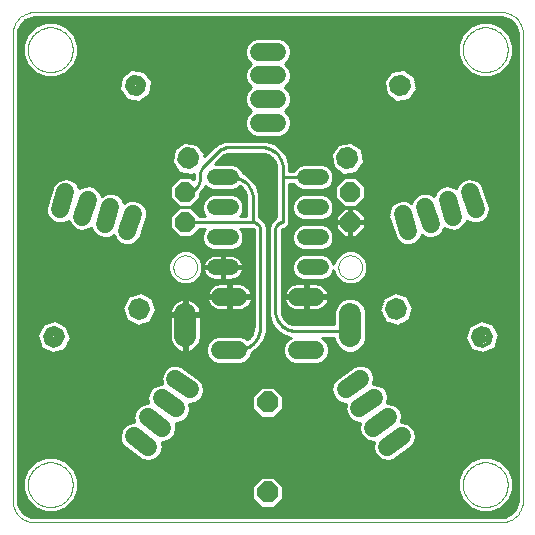
<source format=gtl>
G75*
G70*
%OFA0B0*%
%FSLAX24Y24*%
%IPPOS*%
%LPD*%
%AMOC8*
5,1,8,0,0,1.08239X$1,22.5*
%
%ADD10C,0.0000*%
%ADD11C,0.0594*%
%ADD12C,0.0140*%
%ADD13OC8,0.0700*%
%ADD14C,0.0600*%
%ADD15C,0.0520*%
%ADD16C,0.0740*%
%ADD17OC8,0.0660*%
%ADD18C,0.0100*%
D10*
X000150Y000857D02*
X000150Y016443D01*
X000152Y016493D01*
X000157Y016544D01*
X000166Y016593D01*
X000179Y016642D01*
X000195Y016690D01*
X000214Y016737D01*
X000236Y016782D01*
X000262Y016825D01*
X000291Y016867D01*
X000323Y016906D01*
X000357Y016943D01*
X000394Y016977D01*
X000433Y017009D01*
X000475Y017038D01*
X000518Y017064D01*
X000563Y017086D01*
X000610Y017105D01*
X000658Y017121D01*
X000707Y017134D01*
X000756Y017143D01*
X000807Y017148D01*
X000857Y017150D01*
X016443Y017150D01*
X016493Y017148D01*
X016544Y017143D01*
X016593Y017134D01*
X016642Y017121D01*
X016690Y017105D01*
X016737Y017086D01*
X016782Y017064D01*
X016825Y017038D01*
X016867Y017009D01*
X016906Y016977D01*
X016943Y016943D01*
X016977Y016906D01*
X017009Y016867D01*
X017038Y016825D01*
X017064Y016782D01*
X017086Y016737D01*
X017105Y016690D01*
X017121Y016642D01*
X017134Y016593D01*
X017143Y016544D01*
X017148Y016493D01*
X017150Y016443D01*
X017150Y000857D01*
X017148Y000807D01*
X017143Y000756D01*
X017134Y000707D01*
X017121Y000658D01*
X017105Y000610D01*
X017086Y000563D01*
X017064Y000518D01*
X017038Y000475D01*
X017009Y000433D01*
X016977Y000394D01*
X016943Y000357D01*
X016906Y000323D01*
X016867Y000291D01*
X016825Y000262D01*
X016782Y000236D01*
X016737Y000214D01*
X016690Y000195D01*
X016642Y000179D01*
X016593Y000166D01*
X016544Y000157D01*
X016493Y000152D01*
X016443Y000150D01*
X000857Y000150D01*
X000807Y000152D01*
X000756Y000157D01*
X000707Y000166D01*
X000658Y000179D01*
X000610Y000195D01*
X000563Y000214D01*
X000518Y000236D01*
X000475Y000262D01*
X000433Y000291D01*
X000394Y000323D01*
X000357Y000357D01*
X000323Y000394D01*
X000291Y000433D01*
X000262Y000475D01*
X000236Y000518D01*
X000214Y000563D01*
X000195Y000610D01*
X000179Y000658D01*
X000166Y000707D01*
X000157Y000756D01*
X000152Y000807D01*
X000150Y000857D01*
X000652Y001400D02*
X000654Y001455D01*
X000660Y001509D01*
X000670Y001563D01*
X000684Y001615D01*
X000701Y001667D01*
X000723Y001717D01*
X000748Y001766D01*
X000776Y001813D01*
X000808Y001857D01*
X000843Y001899D01*
X000881Y001938D01*
X000922Y001975D01*
X000965Y002008D01*
X001010Y002038D01*
X001058Y002065D01*
X001107Y002088D01*
X001158Y002108D01*
X001211Y002124D01*
X001264Y002136D01*
X001318Y002144D01*
X001373Y002148D01*
X001427Y002148D01*
X001482Y002144D01*
X001536Y002136D01*
X001589Y002124D01*
X001642Y002108D01*
X001693Y002088D01*
X001742Y002065D01*
X001790Y002038D01*
X001835Y002008D01*
X001878Y001975D01*
X001919Y001938D01*
X001957Y001899D01*
X001992Y001857D01*
X002024Y001813D01*
X002052Y001766D01*
X002077Y001717D01*
X002099Y001667D01*
X002116Y001615D01*
X002130Y001563D01*
X002140Y001509D01*
X002146Y001455D01*
X002148Y001400D01*
X002146Y001345D01*
X002140Y001291D01*
X002130Y001237D01*
X002116Y001185D01*
X002099Y001133D01*
X002077Y001083D01*
X002052Y001034D01*
X002024Y000987D01*
X001992Y000943D01*
X001957Y000901D01*
X001919Y000862D01*
X001878Y000825D01*
X001835Y000792D01*
X001790Y000762D01*
X001742Y000735D01*
X001693Y000712D01*
X001642Y000692D01*
X001589Y000676D01*
X001536Y000664D01*
X001482Y000656D01*
X001427Y000652D01*
X001373Y000652D01*
X001318Y000656D01*
X001264Y000664D01*
X001211Y000676D01*
X001158Y000692D01*
X001107Y000712D01*
X001058Y000735D01*
X001010Y000762D01*
X000965Y000792D01*
X000922Y000825D01*
X000881Y000862D01*
X000843Y000901D01*
X000808Y000943D01*
X000776Y000987D01*
X000748Y001034D01*
X000723Y001083D01*
X000701Y001133D01*
X000684Y001185D01*
X000670Y001237D01*
X000660Y001291D01*
X000654Y001345D01*
X000652Y001400D01*
X005506Y008650D02*
X005508Y008689D01*
X005514Y008728D01*
X005524Y008766D01*
X005537Y008803D01*
X005554Y008838D01*
X005574Y008872D01*
X005598Y008903D01*
X005625Y008932D01*
X005654Y008958D01*
X005686Y008981D01*
X005720Y009001D01*
X005756Y009017D01*
X005793Y009029D01*
X005832Y009038D01*
X005871Y009043D01*
X005910Y009044D01*
X005949Y009041D01*
X005988Y009034D01*
X006025Y009023D01*
X006062Y009009D01*
X006097Y008991D01*
X006130Y008970D01*
X006161Y008945D01*
X006189Y008918D01*
X006214Y008888D01*
X006236Y008855D01*
X006255Y008821D01*
X006270Y008785D01*
X006282Y008747D01*
X006290Y008709D01*
X006294Y008670D01*
X006294Y008630D01*
X006290Y008591D01*
X006282Y008553D01*
X006270Y008515D01*
X006255Y008479D01*
X006236Y008445D01*
X006214Y008412D01*
X006189Y008382D01*
X006161Y008355D01*
X006130Y008330D01*
X006097Y008309D01*
X006062Y008291D01*
X006025Y008277D01*
X005988Y008266D01*
X005949Y008259D01*
X005910Y008256D01*
X005871Y008257D01*
X005832Y008262D01*
X005793Y008271D01*
X005756Y008283D01*
X005720Y008299D01*
X005686Y008319D01*
X005654Y008342D01*
X005625Y008368D01*
X005598Y008397D01*
X005574Y008428D01*
X005554Y008462D01*
X005537Y008497D01*
X005524Y008534D01*
X005514Y008572D01*
X005508Y008611D01*
X005506Y008650D01*
X011006Y008650D02*
X011008Y008689D01*
X011014Y008728D01*
X011024Y008766D01*
X011037Y008803D01*
X011054Y008838D01*
X011074Y008872D01*
X011098Y008903D01*
X011125Y008932D01*
X011154Y008958D01*
X011186Y008981D01*
X011220Y009001D01*
X011256Y009017D01*
X011293Y009029D01*
X011332Y009038D01*
X011371Y009043D01*
X011410Y009044D01*
X011449Y009041D01*
X011488Y009034D01*
X011525Y009023D01*
X011562Y009009D01*
X011597Y008991D01*
X011630Y008970D01*
X011661Y008945D01*
X011689Y008918D01*
X011714Y008888D01*
X011736Y008855D01*
X011755Y008821D01*
X011770Y008785D01*
X011782Y008747D01*
X011790Y008709D01*
X011794Y008670D01*
X011794Y008630D01*
X011790Y008591D01*
X011782Y008553D01*
X011770Y008515D01*
X011755Y008479D01*
X011736Y008445D01*
X011714Y008412D01*
X011689Y008382D01*
X011661Y008355D01*
X011630Y008330D01*
X011597Y008309D01*
X011562Y008291D01*
X011525Y008277D01*
X011488Y008266D01*
X011449Y008259D01*
X011410Y008256D01*
X011371Y008257D01*
X011332Y008262D01*
X011293Y008271D01*
X011256Y008283D01*
X011220Y008299D01*
X011186Y008319D01*
X011154Y008342D01*
X011125Y008368D01*
X011098Y008397D01*
X011074Y008428D01*
X011054Y008462D01*
X011037Y008497D01*
X011024Y008534D01*
X011014Y008572D01*
X011008Y008611D01*
X011006Y008650D01*
X015152Y015900D02*
X015154Y015955D01*
X015160Y016009D01*
X015170Y016063D01*
X015184Y016115D01*
X015201Y016167D01*
X015223Y016217D01*
X015248Y016266D01*
X015276Y016313D01*
X015308Y016357D01*
X015343Y016399D01*
X015381Y016438D01*
X015422Y016475D01*
X015465Y016508D01*
X015510Y016538D01*
X015558Y016565D01*
X015607Y016588D01*
X015658Y016608D01*
X015711Y016624D01*
X015764Y016636D01*
X015818Y016644D01*
X015873Y016648D01*
X015927Y016648D01*
X015982Y016644D01*
X016036Y016636D01*
X016089Y016624D01*
X016142Y016608D01*
X016193Y016588D01*
X016242Y016565D01*
X016290Y016538D01*
X016335Y016508D01*
X016378Y016475D01*
X016419Y016438D01*
X016457Y016399D01*
X016492Y016357D01*
X016524Y016313D01*
X016552Y016266D01*
X016577Y016217D01*
X016599Y016167D01*
X016616Y016115D01*
X016630Y016063D01*
X016640Y016009D01*
X016646Y015955D01*
X016648Y015900D01*
X016646Y015845D01*
X016640Y015791D01*
X016630Y015737D01*
X016616Y015685D01*
X016599Y015633D01*
X016577Y015583D01*
X016552Y015534D01*
X016524Y015487D01*
X016492Y015443D01*
X016457Y015401D01*
X016419Y015362D01*
X016378Y015325D01*
X016335Y015292D01*
X016290Y015262D01*
X016242Y015235D01*
X016193Y015212D01*
X016142Y015192D01*
X016089Y015176D01*
X016036Y015164D01*
X015982Y015156D01*
X015927Y015152D01*
X015873Y015152D01*
X015818Y015156D01*
X015764Y015164D01*
X015711Y015176D01*
X015658Y015192D01*
X015607Y015212D01*
X015558Y015235D01*
X015510Y015262D01*
X015465Y015292D01*
X015422Y015325D01*
X015381Y015362D01*
X015343Y015401D01*
X015308Y015443D01*
X015276Y015487D01*
X015248Y015534D01*
X015223Y015583D01*
X015201Y015633D01*
X015184Y015685D01*
X015170Y015737D01*
X015160Y015791D01*
X015154Y015845D01*
X015152Y015900D01*
X000652Y015900D02*
X000654Y015955D01*
X000660Y016009D01*
X000670Y016063D01*
X000684Y016115D01*
X000701Y016167D01*
X000723Y016217D01*
X000748Y016266D01*
X000776Y016313D01*
X000808Y016357D01*
X000843Y016399D01*
X000881Y016438D01*
X000922Y016475D01*
X000965Y016508D01*
X001010Y016538D01*
X001058Y016565D01*
X001107Y016588D01*
X001158Y016608D01*
X001211Y016624D01*
X001264Y016636D01*
X001318Y016644D01*
X001373Y016648D01*
X001427Y016648D01*
X001482Y016644D01*
X001536Y016636D01*
X001589Y016624D01*
X001642Y016608D01*
X001693Y016588D01*
X001742Y016565D01*
X001790Y016538D01*
X001835Y016508D01*
X001878Y016475D01*
X001919Y016438D01*
X001957Y016399D01*
X001992Y016357D01*
X002024Y016313D01*
X002052Y016266D01*
X002077Y016217D01*
X002099Y016167D01*
X002116Y016115D01*
X002130Y016063D01*
X002140Y016009D01*
X002146Y015955D01*
X002148Y015900D01*
X002146Y015845D01*
X002140Y015791D01*
X002130Y015737D01*
X002116Y015685D01*
X002099Y015633D01*
X002077Y015583D01*
X002052Y015534D01*
X002024Y015487D01*
X001992Y015443D01*
X001957Y015401D01*
X001919Y015362D01*
X001878Y015325D01*
X001835Y015292D01*
X001790Y015262D01*
X001742Y015235D01*
X001693Y015212D01*
X001642Y015192D01*
X001589Y015176D01*
X001536Y015164D01*
X001482Y015156D01*
X001427Y015152D01*
X001373Y015152D01*
X001318Y015156D01*
X001264Y015164D01*
X001211Y015176D01*
X001158Y015192D01*
X001107Y015212D01*
X001058Y015235D01*
X001010Y015262D01*
X000965Y015292D01*
X000922Y015325D01*
X000881Y015362D01*
X000843Y015401D01*
X000808Y015443D01*
X000776Y015487D01*
X000748Y015534D01*
X000723Y015583D01*
X000701Y015633D01*
X000684Y015685D01*
X000670Y015737D01*
X000660Y015791D01*
X000654Y015845D01*
X000652Y015900D01*
X015152Y001400D02*
X015154Y001455D01*
X015160Y001509D01*
X015170Y001563D01*
X015184Y001615D01*
X015201Y001667D01*
X015223Y001717D01*
X015248Y001766D01*
X015276Y001813D01*
X015308Y001857D01*
X015343Y001899D01*
X015381Y001938D01*
X015422Y001975D01*
X015465Y002008D01*
X015510Y002038D01*
X015558Y002065D01*
X015607Y002088D01*
X015658Y002108D01*
X015711Y002124D01*
X015764Y002136D01*
X015818Y002144D01*
X015873Y002148D01*
X015927Y002148D01*
X015982Y002144D01*
X016036Y002136D01*
X016089Y002124D01*
X016142Y002108D01*
X016193Y002088D01*
X016242Y002065D01*
X016290Y002038D01*
X016335Y002008D01*
X016378Y001975D01*
X016419Y001938D01*
X016457Y001899D01*
X016492Y001857D01*
X016524Y001813D01*
X016552Y001766D01*
X016577Y001717D01*
X016599Y001667D01*
X016616Y001615D01*
X016630Y001563D01*
X016640Y001509D01*
X016646Y001455D01*
X016648Y001400D01*
X016646Y001345D01*
X016640Y001291D01*
X016630Y001237D01*
X016616Y001185D01*
X016599Y001133D01*
X016577Y001083D01*
X016552Y001034D01*
X016524Y000987D01*
X016492Y000943D01*
X016457Y000901D01*
X016419Y000862D01*
X016378Y000825D01*
X016335Y000792D01*
X016290Y000762D01*
X016242Y000735D01*
X016193Y000712D01*
X016142Y000692D01*
X016089Y000676D01*
X016036Y000664D01*
X015982Y000656D01*
X015927Y000652D01*
X015873Y000652D01*
X015818Y000656D01*
X015764Y000664D01*
X015711Y000676D01*
X015658Y000692D01*
X015607Y000712D01*
X015558Y000735D01*
X015510Y000762D01*
X015465Y000792D01*
X015422Y000825D01*
X015381Y000862D01*
X015343Y000901D01*
X015308Y000943D01*
X015276Y000987D01*
X015248Y001034D01*
X015223Y001083D01*
X015201Y001133D01*
X015184Y001185D01*
X015170Y001237D01*
X015160Y001291D01*
X015154Y001345D01*
X015152Y001400D01*
D11*
X013114Y003019D02*
X012634Y002670D01*
X012171Y003307D02*
X012652Y003656D01*
X012189Y004293D02*
X011708Y003944D01*
X011246Y004581D02*
X011726Y004930D01*
X013328Y009853D02*
X013145Y010417D01*
X013894Y010661D02*
X014077Y010096D01*
X014826Y010339D02*
X014643Y010904D01*
X015392Y011147D02*
X015575Y010583D01*
X008947Y013469D02*
X008353Y013469D01*
X008353Y014256D02*
X008947Y014256D01*
X008947Y015044D02*
X008353Y015044D01*
X008353Y015831D02*
X008947Y015831D01*
X004155Y010417D02*
X003972Y009853D01*
X003223Y010096D02*
X003406Y010661D01*
X002657Y010904D02*
X002474Y010339D01*
X001725Y010583D02*
X001908Y011147D01*
X005574Y004930D02*
X006054Y004581D01*
X005592Y003944D02*
X005111Y004293D01*
X004648Y003656D02*
X005129Y003307D01*
X004666Y002670D02*
X004186Y003019D01*
D12*
X001282Y006288D02*
X001212Y006358D01*
X001318Y006566D01*
X001535Y006637D01*
X001743Y006531D01*
X001814Y006314D01*
X001708Y006106D01*
X001491Y006035D01*
X001283Y006141D01*
X001212Y006358D01*
X001325Y006350D01*
X001391Y006480D01*
X001527Y006524D01*
X001657Y006458D01*
X001701Y006322D01*
X001635Y006192D01*
X001499Y006148D01*
X001369Y006214D01*
X001325Y006350D01*
X001438Y006340D01*
X001465Y006393D01*
X001517Y006411D01*
X001570Y006384D01*
X001588Y006332D01*
X001561Y006279D01*
X001509Y006261D01*
X001456Y006288D01*
X001438Y006340D01*
X004136Y007216D02*
X004066Y007286D01*
X004172Y007494D01*
X004389Y007565D01*
X004597Y007459D01*
X004668Y007242D01*
X004562Y007034D01*
X004345Y006963D01*
X004137Y007069D01*
X004066Y007286D01*
X004179Y007278D01*
X004245Y007408D01*
X004381Y007452D01*
X004511Y007386D01*
X004555Y007250D01*
X004489Y007120D01*
X004353Y007076D01*
X004223Y007142D01*
X004179Y007278D01*
X004292Y007268D01*
X004319Y007321D01*
X004371Y007339D01*
X004424Y007312D01*
X004442Y007260D01*
X004415Y007207D01*
X004363Y007189D01*
X004310Y007216D01*
X004292Y007268D01*
X006001Y012510D02*
X005931Y012580D01*
X006160Y012543D01*
X006296Y012357D01*
X006259Y012128D01*
X006073Y011992D01*
X005844Y012029D01*
X005708Y012215D01*
X005745Y012444D01*
X005931Y012580D01*
X005958Y012469D01*
X006101Y012447D01*
X006185Y012330D01*
X006163Y012187D01*
X006046Y012103D01*
X005903Y012125D01*
X005819Y012242D01*
X005841Y012385D01*
X005958Y012469D01*
X005984Y012359D01*
X006042Y012349D01*
X006075Y012304D01*
X006065Y012246D01*
X006020Y012213D01*
X005962Y012223D01*
X005929Y012268D01*
X005939Y012326D01*
X005984Y012359D01*
X004237Y014938D02*
X004167Y015008D01*
X004396Y014971D01*
X004532Y014785D01*
X004495Y014556D01*
X004309Y014420D01*
X004080Y014457D01*
X003944Y014643D01*
X003981Y014872D01*
X004167Y015008D01*
X004194Y014897D01*
X004337Y014875D01*
X004421Y014758D01*
X004399Y014615D01*
X004282Y014531D01*
X004139Y014553D01*
X004055Y014670D01*
X004077Y014813D01*
X004194Y014897D01*
X004220Y014787D01*
X004278Y014777D01*
X004311Y014732D01*
X004301Y014674D01*
X004256Y014641D01*
X004198Y014651D01*
X004165Y014696D01*
X004175Y014754D01*
X004220Y014787D01*
X011485Y012374D02*
X011555Y012444D01*
X011592Y012215D01*
X011456Y012029D01*
X011227Y011992D01*
X011041Y012128D01*
X011004Y012357D01*
X011140Y012543D01*
X011369Y012580D01*
X011555Y012444D01*
X011459Y012385D01*
X011481Y012242D01*
X011397Y012125D01*
X011254Y012103D01*
X011137Y012187D01*
X011115Y012330D01*
X011199Y012447D01*
X011342Y012469D01*
X011459Y012385D01*
X011361Y012326D01*
X011371Y012268D01*
X011338Y012223D01*
X011280Y012213D01*
X011235Y012246D01*
X011225Y012304D01*
X011258Y012349D01*
X011316Y012359D01*
X011361Y012326D01*
X013249Y014802D02*
X013319Y014872D01*
X013356Y014643D01*
X013220Y014457D01*
X012991Y014420D01*
X012805Y014556D01*
X012768Y014785D01*
X012904Y014971D01*
X013133Y015008D01*
X013319Y014872D01*
X013223Y014813D01*
X013245Y014670D01*
X013161Y014553D01*
X013018Y014531D01*
X012901Y014615D01*
X012879Y014758D01*
X012963Y014875D01*
X013106Y014897D01*
X013223Y014813D01*
X013125Y014754D01*
X013135Y014696D01*
X013102Y014651D01*
X013044Y014641D01*
X012999Y014674D01*
X012989Y014732D01*
X013022Y014777D01*
X013080Y014787D01*
X013125Y014754D01*
X012773Y007389D02*
X012703Y007459D01*
X012911Y007565D01*
X013128Y007494D01*
X013234Y007286D01*
X013163Y007069D01*
X012955Y006963D01*
X012738Y007034D01*
X012632Y007242D01*
X012703Y007459D01*
X012789Y007386D01*
X012919Y007452D01*
X013055Y007408D01*
X013121Y007278D01*
X013077Y007142D01*
X012947Y007076D01*
X012811Y007120D01*
X012745Y007250D01*
X012789Y007386D01*
X012876Y007312D01*
X012929Y007339D01*
X012981Y007321D01*
X013008Y007268D01*
X012990Y007216D01*
X012937Y007189D01*
X012885Y007207D01*
X012858Y007260D01*
X012876Y007312D01*
X015627Y006461D02*
X015557Y006531D01*
X015765Y006637D01*
X015982Y006566D01*
X016088Y006358D01*
X016017Y006141D01*
X015809Y006035D01*
X015592Y006106D01*
X015486Y006314D01*
X015557Y006531D01*
X015643Y006458D01*
X015773Y006524D01*
X015909Y006480D01*
X015975Y006350D01*
X015931Y006214D01*
X015801Y006148D01*
X015665Y006192D01*
X015599Y006322D01*
X015643Y006458D01*
X015730Y006384D01*
X015783Y006411D01*
X015835Y006393D01*
X015862Y006340D01*
X015844Y006288D01*
X015791Y006261D01*
X015739Y006279D01*
X015712Y006332D01*
X015730Y006384D01*
D13*
X008650Y004150D03*
X008650Y001150D03*
D14*
X007670Y005885D02*
X007070Y005885D01*
X007070Y007665D02*
X007670Y007665D01*
X009630Y007665D02*
X010230Y007665D01*
X010230Y005885D02*
X009630Y005885D01*
D15*
X009890Y008650D02*
X010410Y008650D01*
X010410Y009650D02*
X009890Y009650D01*
X009890Y010650D02*
X010410Y010650D01*
X010410Y011650D02*
X009890Y011650D01*
X007410Y011650D02*
X006890Y011650D01*
X006890Y010650D02*
X007410Y010650D01*
X007410Y009650D02*
X006890Y009650D01*
X006890Y008650D02*
X007410Y008650D01*
D16*
X005900Y007088D02*
X005900Y006348D01*
X011400Y006348D02*
X011400Y007088D01*
D17*
X011400Y010150D03*
X011400Y011150D03*
X005900Y011150D03*
X005900Y010150D03*
D18*
X000524Y000446D02*
X016776Y000446D01*
X016741Y000411D02*
X016548Y000330D01*
X016443Y000320D01*
X000857Y000320D01*
X000752Y000330D01*
X000559Y000411D01*
X000411Y000559D01*
X000330Y000752D01*
X000320Y000857D01*
X000320Y016443D01*
X000330Y016548D01*
X000411Y016741D01*
X000559Y016889D01*
X000752Y016970D01*
X000857Y016980D01*
X016443Y016980D01*
X016548Y016970D01*
X016741Y016889D01*
X016889Y016741D01*
X016970Y016548D01*
X016980Y016443D01*
X016980Y000857D01*
X016970Y000752D01*
X016889Y000559D01*
X016741Y000411D01*
X016588Y000347D02*
X000712Y000347D01*
X000880Y000622D02*
X001217Y000483D01*
X001583Y000483D01*
X001920Y000622D01*
X002178Y000880D01*
X002317Y001217D01*
X002317Y001583D01*
X002178Y001920D01*
X001920Y002178D01*
X001583Y002317D01*
X001584Y002317D02*
X004358Y002317D01*
X004467Y002238D02*
X004647Y002194D01*
X004831Y002223D01*
X004989Y002320D01*
X005098Y002471D01*
X005142Y002651D01*
X005113Y002832D01*
X005293Y002860D01*
X005452Y002957D01*
X005561Y003108D01*
X005604Y003288D01*
X005576Y003469D01*
X005756Y003497D01*
X005915Y003594D01*
X006024Y003745D01*
X006067Y003925D01*
X006039Y004106D01*
X006219Y004134D01*
X006377Y004232D01*
X006487Y004382D01*
X006530Y004562D01*
X006501Y004746D01*
X006404Y004904D01*
X005773Y005362D01*
X005593Y005406D01*
X005409Y005377D01*
X005251Y005280D01*
X005142Y005129D01*
X005098Y004949D01*
X005127Y004768D01*
X004947Y004740D01*
X004788Y004643D01*
X004679Y004492D01*
X004636Y004312D01*
X004664Y004131D01*
X004484Y004103D01*
X004325Y004006D01*
X004216Y003855D01*
X004173Y003675D01*
X004201Y003494D01*
X004021Y003466D01*
X003863Y003368D01*
X003753Y003218D01*
X003710Y003038D01*
X003739Y002854D01*
X003836Y002696D01*
X004467Y002238D01*
X004547Y002219D02*
X001821Y002219D01*
X001978Y002120D02*
X015322Y002120D01*
X015380Y002178D02*
X015122Y001920D01*
X014983Y001583D01*
X014983Y001217D01*
X015122Y000880D01*
X015380Y000622D01*
X015717Y000483D01*
X016083Y000483D01*
X016420Y000622D01*
X016678Y000880D01*
X016817Y001217D01*
X016817Y001583D01*
X016678Y001920D01*
X016420Y002178D01*
X016083Y002317D01*
X016084Y002317D02*
X016980Y002317D01*
X016980Y002219D02*
X016321Y002219D01*
X016478Y002120D02*
X016980Y002120D01*
X016980Y002022D02*
X016576Y002022D01*
X016675Y001923D02*
X016980Y001923D01*
X016980Y001825D02*
X016717Y001825D01*
X016758Y001726D02*
X016980Y001726D01*
X016980Y001628D02*
X016799Y001628D01*
X016817Y001529D02*
X016980Y001529D01*
X016980Y001431D02*
X016817Y001431D01*
X016817Y001332D02*
X016980Y001332D01*
X016980Y001234D02*
X016817Y001234D01*
X016783Y001135D02*
X016980Y001135D01*
X016980Y001037D02*
X016743Y001037D01*
X016702Y000938D02*
X016980Y000938D01*
X016978Y000840D02*
X016637Y000840D01*
X016539Y000741D02*
X016965Y000741D01*
X016924Y000643D02*
X016440Y000643D01*
X016231Y000544D02*
X016875Y000544D01*
X015569Y000544D02*
X001731Y000544D01*
X001940Y000643D02*
X008422Y000643D01*
X008435Y000630D02*
X008865Y000630D01*
X009170Y000935D01*
X009170Y001365D01*
X008865Y001670D01*
X008435Y001670D01*
X008130Y001365D01*
X008130Y000935D01*
X008435Y000630D01*
X008324Y000741D02*
X002039Y000741D01*
X002137Y000840D02*
X008225Y000840D01*
X008130Y000938D02*
X002202Y000938D01*
X002243Y001037D02*
X008130Y001037D01*
X008130Y001135D02*
X002283Y001135D01*
X002317Y001234D02*
X008130Y001234D01*
X008130Y001332D02*
X002317Y001332D01*
X002317Y001431D02*
X008195Y001431D01*
X008294Y001529D02*
X002317Y001529D01*
X002299Y001628D02*
X008392Y001628D01*
X008908Y001628D02*
X015001Y001628D01*
X014983Y001529D02*
X009006Y001529D01*
X009105Y001431D02*
X014983Y001431D01*
X014983Y001332D02*
X009170Y001332D01*
X009170Y001234D02*
X014983Y001234D01*
X015017Y001135D02*
X009170Y001135D01*
X009170Y001037D02*
X015057Y001037D01*
X015098Y000938D02*
X009170Y000938D01*
X009075Y000840D02*
X015163Y000840D01*
X015261Y000741D02*
X008976Y000741D01*
X008878Y000643D02*
X015360Y000643D01*
X015042Y001726D02*
X002258Y001726D01*
X002217Y001825D02*
X015083Y001825D01*
X015125Y001923D02*
X002175Y001923D01*
X002076Y002022D02*
X015224Y002022D01*
X015380Y002178D02*
X015717Y002317D01*
X015716Y002317D02*
X012942Y002317D01*
X012833Y002238D02*
X012653Y002194D01*
X012469Y002223D01*
X012311Y002320D01*
X012202Y002471D01*
X012158Y002651D01*
X012187Y002832D01*
X012007Y002860D01*
X011848Y002957D01*
X011739Y003108D01*
X011696Y003288D01*
X011724Y003469D01*
X011544Y003497D01*
X011385Y003594D01*
X011276Y003745D01*
X011233Y003925D01*
X011261Y004106D01*
X011081Y004134D01*
X010923Y004232D01*
X010813Y004382D01*
X010770Y004562D01*
X010799Y004746D01*
X010896Y004904D01*
X011527Y005362D01*
X011707Y005406D01*
X011891Y005377D01*
X012049Y005280D01*
X012158Y005129D01*
X012202Y004949D01*
X012173Y004768D01*
X012353Y004740D01*
X012512Y004643D01*
X012621Y004492D01*
X012664Y004312D01*
X012636Y004131D01*
X012816Y004103D01*
X012975Y004006D01*
X013084Y003855D01*
X013127Y003675D01*
X013099Y003494D01*
X013279Y003466D01*
X013437Y003368D01*
X013547Y003218D01*
X013590Y003038D01*
X013561Y002854D01*
X013464Y002696D01*
X012833Y002238D01*
X012753Y002219D02*
X015479Y002219D01*
X015717Y002317D02*
X016083Y002317D01*
X016980Y002416D02*
X013078Y002416D01*
X013214Y002514D02*
X016980Y002514D01*
X016980Y002613D02*
X013349Y002613D01*
X013473Y002711D02*
X016980Y002711D01*
X016980Y002810D02*
X013534Y002810D01*
X013569Y002908D02*
X016980Y002908D01*
X016980Y003007D02*
X013585Y003007D01*
X013574Y003105D02*
X016980Y003105D01*
X016980Y003204D02*
X013550Y003204D01*
X013486Y003302D02*
X016980Y003302D01*
X016980Y003401D02*
X013385Y003401D01*
X013099Y003499D02*
X016980Y003499D01*
X016980Y003598D02*
X013115Y003598D01*
X013122Y003696D02*
X016980Y003696D01*
X016980Y003795D02*
X013098Y003795D01*
X013056Y003893D02*
X016980Y003893D01*
X016980Y003992D02*
X012985Y003992D01*
X012837Y004090D02*
X016980Y004090D01*
X016980Y004189D02*
X012645Y004189D01*
X012660Y004287D02*
X016980Y004287D01*
X016980Y004386D02*
X012647Y004386D01*
X012623Y004484D02*
X016980Y004484D01*
X016980Y004583D02*
X012555Y004583D01*
X012449Y004681D02*
X016980Y004681D01*
X016980Y004780D02*
X012175Y004780D01*
X012190Y004878D02*
X016980Y004878D01*
X016980Y004977D02*
X012195Y004977D01*
X012171Y005075D02*
X016980Y005075D01*
X016980Y005174D02*
X012126Y005174D01*
X012055Y005272D02*
X016980Y005272D01*
X016980Y005371D02*
X011901Y005371D01*
X011561Y005371D02*
X005739Y005371D01*
X005898Y005272D02*
X011402Y005272D01*
X011267Y005174D02*
X006033Y005174D01*
X006169Y005075D02*
X011131Y005075D01*
X010996Y004977D02*
X006304Y004977D01*
X006420Y004878D02*
X010880Y004878D01*
X010820Y004780D02*
X006480Y004780D01*
X006511Y004681D02*
X010789Y004681D01*
X010773Y004583D02*
X008953Y004583D01*
X008865Y004670D02*
X008435Y004670D01*
X008130Y004365D01*
X008130Y003935D01*
X008435Y003630D01*
X008865Y003630D01*
X009170Y003935D01*
X009170Y004365D01*
X008865Y004670D01*
X009051Y004484D02*
X010789Y004484D01*
X010812Y004386D02*
X009150Y004386D01*
X009170Y004287D02*
X010882Y004287D01*
X010993Y004189D02*
X009170Y004189D01*
X009170Y004090D02*
X011259Y004090D01*
X011243Y003992D02*
X009170Y003992D01*
X009128Y003893D02*
X011241Y003893D01*
X011264Y003795D02*
X009030Y003795D01*
X008931Y003696D02*
X011312Y003696D01*
X011383Y003598D02*
X005917Y003598D01*
X005988Y003696D02*
X008369Y003696D01*
X008270Y003795D02*
X006036Y003795D01*
X006059Y003893D02*
X008172Y003893D01*
X008130Y003992D02*
X006057Y003992D01*
X006041Y004090D02*
X008130Y004090D01*
X008130Y004189D02*
X006307Y004189D01*
X006418Y004287D02*
X008130Y004287D01*
X008150Y004386D02*
X006488Y004386D01*
X006511Y004484D02*
X008249Y004484D01*
X008347Y004583D02*
X006527Y004583D01*
X006846Y005469D02*
X000320Y005469D01*
X000320Y005371D02*
X005399Y005371D01*
X005245Y005272D02*
X000320Y005272D01*
X000320Y005174D02*
X005174Y005174D01*
X005129Y005075D02*
X000320Y005075D01*
X000320Y004977D02*
X005105Y004977D01*
X005110Y004878D02*
X000320Y004878D01*
X000320Y004780D02*
X005125Y004780D01*
X004851Y004681D02*
X000320Y004681D01*
X000320Y004583D02*
X004745Y004583D01*
X004677Y004484D02*
X000320Y004484D01*
X000320Y004386D02*
X004653Y004386D01*
X004640Y004287D02*
X000320Y004287D01*
X000320Y004189D02*
X004655Y004189D01*
X004463Y004090D02*
X000320Y004090D01*
X000320Y003992D02*
X004315Y003992D01*
X004244Y003893D02*
X000320Y003893D01*
X000320Y003795D02*
X004202Y003795D01*
X004178Y003696D02*
X000320Y003696D01*
X000320Y003598D02*
X004185Y003598D01*
X004201Y003499D02*
X000320Y003499D01*
X000320Y003401D02*
X003915Y003401D01*
X003814Y003302D02*
X000320Y003302D01*
X000320Y003204D02*
X003750Y003204D01*
X003726Y003105D02*
X000320Y003105D01*
X000320Y003007D02*
X003715Y003007D01*
X003731Y002908D02*
X000320Y002908D01*
X000320Y002810D02*
X003766Y002810D01*
X003827Y002711D02*
X000320Y002711D01*
X000320Y002613D02*
X003951Y002613D01*
X004086Y002514D02*
X000320Y002514D01*
X000320Y002416D02*
X004222Y002416D01*
X004800Y002219D02*
X012500Y002219D01*
X012317Y002317D02*
X004983Y002317D01*
X005058Y002416D02*
X012242Y002416D01*
X012191Y002514D02*
X005109Y002514D01*
X005132Y002613D02*
X012168Y002613D01*
X012168Y002711D02*
X005132Y002711D01*
X005116Y002810D02*
X012184Y002810D01*
X011929Y002908D02*
X005371Y002908D01*
X005487Y003007D02*
X011813Y003007D01*
X011741Y003105D02*
X005559Y003105D01*
X005584Y003204D02*
X011716Y003204D01*
X011698Y003302D02*
X005602Y003302D01*
X005587Y003401D02*
X011713Y003401D01*
X011541Y003499D02*
X005759Y003499D01*
X006804Y005487D02*
X006977Y005415D01*
X007763Y005415D01*
X007936Y005487D01*
X008068Y005619D01*
X008140Y005792D01*
X008140Y005819D01*
X008329Y005956D01*
X008329Y005956D01*
X008329Y005956D01*
X008520Y006219D01*
X008620Y006527D01*
X008620Y009993D01*
X008548Y010166D01*
X008548Y010166D01*
X008416Y010298D01*
X008370Y010318D01*
X008370Y011090D01*
X008279Y011369D01*
X008107Y011607D01*
X007869Y011779D01*
X007815Y011797D01*
X007775Y011894D01*
X007654Y012015D01*
X007496Y012080D01*
X006891Y012080D01*
X007095Y012284D01*
X007099Y012288D01*
X007159Y012348D01*
X007202Y012383D01*
X007302Y012425D01*
X007357Y012430D01*
X008443Y012430D01*
X008519Y012424D01*
X008664Y012377D01*
X008787Y012287D01*
X008877Y012164D01*
X008924Y012019D01*
X008930Y011943D01*
X008930Y010318D01*
X008884Y010298D01*
X008752Y010166D01*
X008680Y009993D01*
X008680Y007057D01*
X008767Y006788D01*
X008934Y006559D01*
X008934Y006559D01*
X009163Y006392D01*
X009423Y006308D01*
X009364Y006283D01*
X009232Y006151D01*
X009160Y005978D01*
X009160Y005792D01*
X009232Y005619D01*
X009364Y005487D01*
X009537Y005415D01*
X010323Y005415D01*
X010496Y005487D01*
X010628Y005619D01*
X010700Y005792D01*
X010700Y005978D01*
X010628Y006151D01*
X010496Y006283D01*
X010444Y006305D01*
X010860Y006305D01*
X010860Y006240D01*
X010942Y006042D01*
X011094Y005890D01*
X011293Y005808D01*
X011507Y005808D01*
X011706Y005890D01*
X011858Y006042D01*
X011940Y006240D01*
X011940Y007195D01*
X011858Y007393D01*
X011706Y007545D01*
X011507Y007627D01*
X011293Y007627D01*
X011094Y007545D01*
X010942Y007393D01*
X010860Y007195D01*
X010860Y006745D01*
X009573Y006745D01*
X009502Y006751D01*
X009367Y006794D01*
X009253Y006878D01*
X009169Y006992D01*
X009126Y007127D01*
X009120Y007198D01*
X009120Y009900D01*
X009121Y009906D01*
X009125Y009917D01*
X009133Y009925D01*
X009144Y009929D01*
X009150Y009930D01*
X009241Y009930D01*
X009370Y010059D01*
X009370Y011430D01*
X009516Y011430D01*
X009525Y011406D01*
X009646Y011285D01*
X009804Y011220D01*
X010496Y011220D01*
X010654Y011285D01*
X010775Y011406D01*
X010840Y011564D01*
X010840Y011736D01*
X010775Y011894D01*
X010654Y012015D01*
X010496Y012080D01*
X009804Y012080D01*
X009646Y012015D01*
X009525Y011894D01*
X009516Y011870D01*
X009370Y011870D01*
X009370Y012090D01*
X009279Y012369D01*
X009107Y012607D01*
X009107Y012607D01*
X009107Y012607D01*
X008869Y012779D01*
X008590Y012870D01*
X007214Y012870D01*
X006949Y012760D01*
X006912Y012724D01*
X006538Y012349D01*
X006549Y012418D01*
X006296Y012766D01*
X005870Y012834D01*
X005522Y012581D01*
X005454Y012155D01*
X005708Y011807D01*
X006133Y011739D01*
X006180Y011773D01*
X006180Y011773D01*
X006180Y011650D01*
X006175Y011595D01*
X006171Y011586D01*
X006107Y011650D01*
X005693Y011650D01*
X005400Y011357D01*
X005400Y010943D01*
X005693Y010650D01*
X006107Y010650D01*
X006400Y010943D01*
X006400Y011132D01*
X006510Y011242D01*
X006563Y011369D01*
X006646Y011285D01*
X006804Y011220D01*
X007496Y011220D01*
X007654Y011285D01*
X007711Y011343D01*
X007787Y011287D01*
X007877Y011164D01*
X007924Y011019D01*
X007930Y010943D01*
X007930Y010370D01*
X007738Y010370D01*
X007775Y010406D01*
X007840Y010564D01*
X007840Y010736D01*
X007775Y010894D01*
X007654Y011015D01*
X007496Y011080D01*
X006804Y011080D01*
X006646Y011015D01*
X006525Y010894D01*
X006460Y010736D01*
X006460Y010564D01*
X006525Y010406D01*
X006562Y010370D01*
X006387Y010370D01*
X006107Y010650D01*
X005693Y010650D01*
X005400Y010357D01*
X005400Y009943D01*
X005693Y009650D01*
X006107Y009650D01*
X006387Y009930D01*
X006562Y009930D01*
X006525Y009894D01*
X006460Y009736D01*
X006460Y009564D01*
X006525Y009406D01*
X006646Y009285D01*
X006804Y009220D01*
X007496Y009220D01*
X007654Y009285D01*
X007775Y009406D01*
X007840Y009564D01*
X007840Y009736D01*
X007775Y009894D01*
X007738Y009930D01*
X008150Y009930D01*
X008156Y009929D01*
X008167Y009925D01*
X008175Y009917D01*
X008179Y009906D01*
X008180Y009900D01*
X008180Y006690D01*
X008173Y006598D01*
X008116Y006424D01*
X008009Y006276D01*
X007971Y006249D01*
X007936Y006283D01*
X007763Y006355D01*
X006977Y006355D01*
X006804Y006283D01*
X006672Y006151D01*
X006600Y005978D01*
X006600Y005792D01*
X006672Y005619D01*
X006804Y005487D01*
X006723Y005568D02*
X000320Y005568D01*
X000320Y005666D02*
X006652Y005666D01*
X006611Y005765D02*
X000320Y005765D01*
X000320Y005863D02*
X001297Y005863D01*
X001469Y005775D02*
X001085Y005971D01*
X000952Y006381D01*
X001148Y006764D01*
X001558Y006898D01*
X001941Y006702D01*
X002075Y006292D01*
X001879Y005908D01*
X001469Y005775D01*
X001739Y005863D02*
X005708Y005863D01*
X005700Y005866D02*
X005778Y005840D01*
X005850Y005829D01*
X005850Y007037D01*
X005950Y007037D01*
X005950Y005829D01*
X006022Y005840D01*
X006100Y005866D01*
X006173Y005903D01*
X006239Y005951D01*
X006297Y006009D01*
X006345Y006075D01*
X006382Y006148D01*
X006407Y006226D01*
X006420Y006307D01*
X006420Y007038D01*
X005950Y007038D01*
X005950Y007137D01*
X006419Y007137D01*
X006407Y007209D01*
X006382Y007287D01*
X006345Y007360D01*
X006297Y007426D01*
X006239Y007484D01*
X006173Y007532D01*
X006100Y007569D01*
X006022Y007595D01*
X005950Y007606D01*
X005950Y007138D01*
X005850Y007138D01*
X005850Y007606D01*
X005778Y007595D01*
X005700Y007569D01*
X005627Y007532D01*
X005561Y007484D01*
X005503Y007426D01*
X005455Y007360D01*
X005418Y007287D01*
X005393Y007209D01*
X005381Y007137D01*
X005850Y007137D01*
X005850Y007038D01*
X005380Y007038D01*
X005380Y006307D01*
X005393Y006226D01*
X005418Y006148D01*
X005455Y006075D01*
X005503Y006009D01*
X005561Y005951D01*
X005627Y005903D01*
X005700Y005866D01*
X005850Y005863D02*
X005950Y005863D01*
X005950Y005962D02*
X005850Y005962D01*
X005850Y006060D02*
X005950Y006060D01*
X005950Y006159D02*
X005850Y006159D01*
X005850Y006257D02*
X005950Y006257D01*
X005950Y006356D02*
X005850Y006356D01*
X005850Y006454D02*
X005950Y006454D01*
X005950Y006553D02*
X005850Y006553D01*
X005850Y006651D02*
X005950Y006651D01*
X005950Y006750D02*
X005850Y006750D01*
X005850Y006848D02*
X005950Y006848D01*
X005950Y006947D02*
X005850Y006947D01*
X005850Y007045D02*
X004839Y007045D01*
X004889Y007144D02*
X005382Y007144D01*
X005403Y007242D02*
X004920Y007242D01*
X004928Y007219D02*
X004795Y007629D01*
X004411Y007825D01*
X004001Y007692D01*
X003805Y007308D01*
X003939Y006898D01*
X004322Y006702D01*
X004732Y006836D01*
X004928Y007219D01*
X004888Y007341D02*
X005445Y007341D01*
X005516Y007439D02*
X004856Y007439D01*
X004824Y007538D02*
X005638Y007538D01*
X005850Y007538D02*
X005950Y007538D01*
X005950Y007439D02*
X005850Y007439D01*
X005850Y007341D02*
X005950Y007341D01*
X005950Y007242D02*
X005850Y007242D01*
X005850Y007144D02*
X005950Y007144D01*
X005950Y007045D02*
X008180Y007045D01*
X008180Y006947D02*
X006420Y006947D01*
X006420Y006848D02*
X008180Y006848D01*
X008180Y006750D02*
X006420Y006750D01*
X006420Y006651D02*
X008177Y006651D01*
X008158Y006553D02*
X006420Y006553D01*
X006420Y006454D02*
X008126Y006454D01*
X008066Y006356D02*
X006420Y006356D01*
X006412Y006257D02*
X006777Y006257D01*
X006679Y006159D02*
X006385Y006159D01*
X006334Y006060D02*
X006634Y006060D01*
X006600Y005962D02*
X006249Y005962D01*
X006092Y005863D02*
X006600Y005863D01*
X007370Y005885D02*
X007595Y005885D01*
X007894Y005469D02*
X009406Y005469D01*
X009283Y005568D02*
X008017Y005568D01*
X008088Y005666D02*
X009212Y005666D01*
X009171Y005765D02*
X008129Y005765D01*
X008201Y005863D02*
X009160Y005863D01*
X009160Y005962D02*
X008333Y005962D01*
X008404Y006060D02*
X009194Y006060D01*
X009239Y006159D02*
X008476Y006159D01*
X008520Y006219D02*
X008520Y006219D01*
X008532Y006257D02*
X009337Y006257D01*
X009276Y006356D02*
X008564Y006356D01*
X008596Y006454D02*
X009078Y006454D01*
X009163Y006392D02*
X009163Y006392D01*
X008942Y006553D02*
X008620Y006553D01*
X008620Y006651D02*
X008867Y006651D01*
X008795Y006750D02*
X008620Y006750D01*
X008620Y006848D02*
X008748Y006848D01*
X008716Y006947D02*
X008620Y006947D01*
X008620Y007045D02*
X008684Y007045D01*
X008680Y007144D02*
X008620Y007144D01*
X008620Y007242D02*
X008680Y007242D01*
X008680Y007341D02*
X008620Y007341D01*
X008620Y007439D02*
X008680Y007439D01*
X008680Y007538D02*
X008620Y007538D01*
X008620Y007636D02*
X008680Y007636D01*
X008680Y007735D02*
X008620Y007735D01*
X008620Y007833D02*
X008680Y007833D01*
X008680Y007932D02*
X008620Y007932D01*
X008620Y008030D02*
X008680Y008030D01*
X008680Y008129D02*
X008620Y008129D01*
X008620Y008227D02*
X008680Y008227D01*
X008680Y008326D02*
X008620Y008326D01*
X008620Y008424D02*
X008680Y008424D01*
X008680Y008523D02*
X008620Y008523D01*
X008620Y008621D02*
X008680Y008621D01*
X008680Y008720D02*
X008620Y008720D01*
X008620Y008818D02*
X008680Y008818D01*
X008680Y008917D02*
X008620Y008917D01*
X008620Y009015D02*
X008680Y009015D01*
X008680Y009114D02*
X008620Y009114D01*
X008620Y009212D02*
X008680Y009212D01*
X008680Y009311D02*
X008620Y009311D01*
X008620Y009409D02*
X008680Y009409D01*
X008680Y009508D02*
X008620Y009508D01*
X008620Y009606D02*
X008680Y009606D01*
X008680Y009705D02*
X008620Y009705D01*
X008620Y009803D02*
X008680Y009803D01*
X008680Y009902D02*
X008620Y009902D01*
X008617Y010000D02*
X008683Y010000D01*
X008724Y010099D02*
X008576Y010099D01*
X008518Y010197D02*
X008782Y010197D01*
X008752Y010166D02*
X008752Y010166D01*
X008881Y010296D02*
X008419Y010296D01*
X008416Y010298D02*
X008416Y010298D01*
X008370Y010394D02*
X008930Y010394D01*
X008930Y010493D02*
X008370Y010493D01*
X008370Y010591D02*
X008930Y010591D01*
X008930Y010690D02*
X008370Y010690D01*
X008370Y010788D02*
X008930Y010788D01*
X008930Y010887D02*
X008370Y010887D01*
X008370Y010985D02*
X008930Y010985D01*
X008930Y011084D02*
X008370Y011084D01*
X008370Y011090D02*
X008370Y011090D01*
X008340Y011182D02*
X008930Y011182D01*
X008930Y011281D02*
X008308Y011281D01*
X008272Y011379D02*
X008930Y011379D01*
X008930Y011478D02*
X008200Y011478D01*
X008129Y011576D02*
X008930Y011576D01*
X008930Y011675D02*
X008013Y011675D01*
X008107Y011607D02*
X008107Y011607D01*
X007878Y011773D02*
X008930Y011773D01*
X008930Y011872D02*
X007784Y011872D01*
X007698Y011970D02*
X008928Y011970D01*
X008908Y012069D02*
X007523Y012069D01*
X007357Y012650D02*
X007313Y012648D01*
X007270Y012642D01*
X007228Y012633D01*
X007186Y012620D01*
X007146Y012603D01*
X007107Y012583D01*
X007070Y012560D01*
X007036Y012533D01*
X007003Y012504D01*
X007004Y012504D02*
X006504Y012004D01*
X006400Y011754D02*
X006400Y011650D01*
X006180Y011675D02*
X000320Y011675D01*
X000320Y011773D02*
X005919Y011773D01*
X006400Y011650D02*
X006398Y011606D01*
X006392Y011563D01*
X006383Y011521D01*
X006370Y011479D01*
X006353Y011439D01*
X006333Y011400D01*
X006310Y011363D01*
X006283Y011329D01*
X006254Y011296D01*
X006221Y011267D01*
X006187Y011240D01*
X006150Y011217D01*
X006111Y011197D01*
X006071Y011180D01*
X006029Y011167D01*
X005987Y011158D01*
X005944Y011152D01*
X005900Y011150D01*
X005555Y010788D02*
X004440Y010788D01*
X004388Y010833D02*
X004211Y010890D01*
X004026Y010875D01*
X003863Y010792D01*
X003780Y010955D01*
X003639Y011076D01*
X003462Y011133D01*
X003277Y011119D01*
X003114Y011036D01*
X003031Y011199D01*
X002890Y011319D01*
X002713Y011377D01*
X002528Y011362D01*
X002365Y011279D01*
X002282Y011442D01*
X002141Y011563D01*
X001964Y011620D01*
X001779Y011605D01*
X001614Y011521D01*
X001493Y011380D01*
X001252Y010639D01*
X001267Y010453D01*
X001351Y010288D01*
X001492Y010167D01*
X001669Y010110D01*
X001854Y010125D01*
X002017Y010208D01*
X002100Y010045D01*
X002241Y009924D01*
X002418Y009867D01*
X002603Y009881D01*
X002766Y009964D01*
X002849Y009801D01*
X002990Y009681D01*
X003167Y009623D01*
X003352Y009638D01*
X003515Y009721D01*
X003598Y009558D01*
X003739Y009437D01*
X003916Y009380D01*
X004101Y009395D01*
X004266Y009479D01*
X004387Y009620D01*
X004628Y010361D01*
X004613Y010547D01*
X004529Y010712D01*
X004388Y010833D01*
X004222Y010887D02*
X005456Y010887D01*
X005400Y010985D02*
X003745Y010985D01*
X003815Y010887D02*
X004166Y010887D01*
X004540Y010690D02*
X005653Y010690D01*
X005634Y010591D02*
X004590Y010591D01*
X004617Y010493D02*
X005535Y010493D01*
X005437Y010394D02*
X004625Y010394D01*
X004606Y010296D02*
X005400Y010296D01*
X005400Y010197D02*
X004574Y010197D01*
X004542Y010099D02*
X005400Y010099D01*
X005400Y010000D02*
X004510Y010000D01*
X004478Y009902D02*
X005441Y009902D01*
X005540Y009803D02*
X004446Y009803D01*
X004414Y009705D02*
X005638Y009705D01*
X005900Y010150D02*
X008150Y010150D01*
X008150Y010943D01*
X007930Y010887D02*
X007777Y010887D01*
X007818Y010788D02*
X007930Y010788D01*
X007930Y010690D02*
X007840Y010690D01*
X007840Y010591D02*
X007930Y010591D01*
X007930Y010493D02*
X007810Y010493D01*
X007762Y010394D02*
X007930Y010394D01*
X007767Y009902D02*
X008180Y009902D01*
X008400Y009900D02*
X008398Y009930D01*
X008393Y009960D01*
X008384Y009989D01*
X008371Y010016D01*
X008356Y010042D01*
X008337Y010066D01*
X008316Y010087D01*
X008292Y010106D01*
X008266Y010121D01*
X008239Y010134D01*
X008210Y010143D01*
X008180Y010148D01*
X008150Y010150D01*
X008400Y009900D02*
X008400Y006690D01*
X007982Y006257D02*
X007963Y006257D01*
X007595Y005885D02*
X007650Y005887D01*
X007705Y005892D01*
X007759Y005902D01*
X007812Y005915D01*
X007865Y005931D01*
X007916Y005952D01*
X007965Y005975D01*
X008013Y006002D01*
X008059Y006032D01*
X008103Y006066D01*
X008144Y006102D01*
X008183Y006141D01*
X008219Y006182D01*
X008253Y006226D01*
X008283Y006272D01*
X008310Y006320D01*
X008333Y006369D01*
X008354Y006420D01*
X008370Y006473D01*
X008383Y006526D01*
X008393Y006580D01*
X008398Y006635D01*
X008400Y006690D01*
X008180Y007144D02*
X006418Y007144D01*
X006397Y007242D02*
X006916Y007242D01*
X006897Y007248D02*
X006965Y007226D01*
X007035Y007215D01*
X007320Y007215D01*
X007320Y007615D01*
X007420Y007615D01*
X007420Y007715D01*
X007320Y007715D01*
X007320Y008115D01*
X007035Y008115D01*
X006965Y008104D01*
X006897Y008082D01*
X006834Y008050D01*
X006777Y008008D01*
X006727Y007958D01*
X006685Y007901D01*
X006653Y007838D01*
X006631Y007770D01*
X006622Y007715D01*
X007320Y007715D01*
X007320Y007615D01*
X006622Y007615D01*
X006631Y007560D01*
X006653Y007492D01*
X006685Y007429D01*
X006727Y007372D01*
X006777Y007322D01*
X006834Y007280D01*
X006897Y007248D01*
X006758Y007341D02*
X006355Y007341D01*
X006284Y007439D02*
X006680Y007439D01*
X006638Y007538D02*
X006162Y007538D01*
X006625Y007735D02*
X004588Y007735D01*
X004781Y007636D02*
X007320Y007636D01*
X007320Y007538D02*
X007420Y007538D01*
X007420Y007615D02*
X007420Y007215D01*
X007705Y007215D01*
X007775Y007226D01*
X007843Y007248D01*
X007906Y007280D01*
X007963Y007322D01*
X008013Y007372D01*
X008055Y007429D01*
X008087Y007492D01*
X008109Y007560D01*
X008118Y007615D01*
X007420Y007615D01*
X007420Y007636D02*
X008180Y007636D01*
X008180Y007538D02*
X008102Y007538D01*
X008060Y007439D02*
X008180Y007439D01*
X008180Y007341D02*
X007982Y007341D01*
X007824Y007242D02*
X008180Y007242D01*
X008118Y007715D02*
X008109Y007770D01*
X008087Y007838D01*
X008055Y007901D01*
X008013Y007958D01*
X007963Y008008D01*
X007906Y008050D01*
X007843Y008082D01*
X007775Y008104D01*
X007705Y008115D01*
X007420Y008115D01*
X007420Y007715D01*
X008118Y007715D01*
X008115Y007735D02*
X008180Y007735D01*
X008180Y007833D02*
X008089Y007833D01*
X008033Y007932D02*
X008180Y007932D01*
X008180Y008030D02*
X007933Y008030D01*
X007677Y008337D02*
X007625Y008299D01*
X007567Y008270D01*
X007506Y008250D01*
X007442Y008240D01*
X007180Y008240D01*
X007180Y008620D01*
X007180Y008680D01*
X007120Y008680D01*
X007120Y009060D01*
X006858Y009060D01*
X006794Y009050D01*
X006733Y009030D01*
X006675Y009001D01*
X006623Y008963D01*
X006577Y008917D01*
X006539Y008865D01*
X006510Y008807D01*
X006490Y008746D01*
X006480Y008682D01*
X006480Y008680D01*
X007120Y008680D01*
X007120Y008620D01*
X007180Y008620D01*
X007820Y008620D01*
X007820Y008618D01*
X007810Y008554D01*
X007790Y008493D01*
X007761Y008435D01*
X007723Y008383D01*
X007677Y008337D01*
X007661Y008326D02*
X008180Y008326D01*
X008180Y008424D02*
X007753Y008424D01*
X007800Y008523D02*
X008180Y008523D01*
X008180Y008621D02*
X007180Y008621D01*
X007180Y008680D02*
X007820Y008680D01*
X007820Y008682D01*
X007810Y008746D01*
X007790Y008807D01*
X007761Y008865D01*
X007723Y008917D01*
X007677Y008963D01*
X007625Y009001D01*
X007567Y009030D01*
X007506Y009050D01*
X007442Y009060D01*
X007180Y009060D01*
X007180Y008680D01*
X007180Y008720D02*
X007120Y008720D01*
X007120Y008818D02*
X007180Y008818D01*
X007180Y008917D02*
X007120Y008917D01*
X007120Y009015D02*
X007180Y009015D01*
X007597Y009015D02*
X008180Y009015D01*
X008180Y008917D02*
X007723Y008917D01*
X007785Y008818D02*
X008180Y008818D01*
X008180Y008720D02*
X007814Y008720D01*
X008180Y009114D02*
X006234Y009114D01*
X006219Y009128D02*
X006378Y008969D01*
X006464Y008762D01*
X006464Y008538D01*
X006378Y008331D01*
X006219Y008172D01*
X006012Y008086D01*
X005788Y008086D01*
X005581Y008172D01*
X005422Y008331D01*
X005336Y008538D01*
X005336Y008762D01*
X005422Y008969D01*
X005581Y009128D01*
X005788Y009214D01*
X006012Y009214D01*
X006219Y009128D01*
X006332Y009015D02*
X006703Y009015D01*
X006577Y008917D02*
X006400Y008917D01*
X006441Y008818D02*
X006515Y008818D01*
X006486Y008720D02*
X006464Y008720D01*
X006464Y008621D02*
X007120Y008621D01*
X007120Y008620D02*
X006480Y008620D01*
X006480Y008618D01*
X006490Y008554D01*
X006510Y008493D01*
X006539Y008435D01*
X006577Y008383D01*
X006623Y008337D01*
X006675Y008299D01*
X006733Y008270D01*
X006794Y008250D01*
X006858Y008240D01*
X007120Y008240D01*
X007120Y008620D01*
X007120Y008523D02*
X007180Y008523D01*
X007180Y008424D02*
X007120Y008424D01*
X007120Y008326D02*
X007180Y008326D01*
X007320Y008030D02*
X007420Y008030D01*
X007420Y007932D02*
X007320Y007932D01*
X007320Y007833D02*
X007420Y007833D01*
X007420Y007735D02*
X007320Y007735D01*
X007320Y007439D02*
X007420Y007439D01*
X007420Y007341D02*
X007320Y007341D01*
X007320Y007242D02*
X007420Y007242D01*
X006651Y007833D02*
X000320Y007833D01*
X000320Y007735D02*
X004133Y007735D01*
X003973Y007636D02*
X000320Y007636D01*
X000320Y007538D02*
X003923Y007538D01*
X003872Y007439D02*
X000320Y007439D01*
X000320Y007341D02*
X003822Y007341D01*
X003827Y007242D02*
X000320Y007242D01*
X000320Y007144D02*
X003859Y007144D01*
X003891Y007045D02*
X000320Y007045D01*
X000320Y006947D02*
X003923Y006947D01*
X004037Y006848D02*
X001655Y006848D01*
X001848Y006750D02*
X004230Y006750D01*
X004467Y006750D02*
X005380Y006750D01*
X005380Y006848D02*
X004738Y006848D01*
X004789Y006947D02*
X005380Y006947D01*
X005380Y006651D02*
X001958Y006651D01*
X001990Y006553D02*
X005380Y006553D01*
X005380Y006454D02*
X002022Y006454D01*
X002054Y006356D02*
X005380Y006356D01*
X005388Y006257D02*
X002057Y006257D01*
X002006Y006159D02*
X005415Y006159D01*
X005466Y006060D02*
X001956Y006060D01*
X001906Y005962D02*
X005551Y005962D01*
X006707Y007932D02*
X000320Y007932D01*
X000320Y008030D02*
X006807Y008030D01*
X006639Y008326D02*
X006373Y008326D01*
X006417Y008424D02*
X006547Y008424D01*
X006500Y008523D02*
X006457Y008523D01*
X006274Y008227D02*
X008180Y008227D01*
X008180Y008129D02*
X006114Y008129D01*
X005686Y008129D02*
X000320Y008129D01*
X000320Y008227D02*
X005526Y008227D01*
X005427Y008326D02*
X000320Y008326D01*
X000320Y008424D02*
X005383Y008424D01*
X005343Y008523D02*
X000320Y008523D01*
X000320Y008621D02*
X005336Y008621D01*
X005336Y008720D02*
X000320Y008720D01*
X000320Y008818D02*
X005359Y008818D01*
X005400Y008917D02*
X000320Y008917D01*
X000320Y009015D02*
X005468Y009015D01*
X005566Y009114D02*
X000320Y009114D01*
X000320Y009212D02*
X005784Y009212D01*
X006016Y009212D02*
X008180Y009212D01*
X008180Y009311D02*
X007679Y009311D01*
X007776Y009409D02*
X008180Y009409D01*
X008180Y009508D02*
X007816Y009508D01*
X007840Y009606D02*
X008180Y009606D01*
X008180Y009705D02*
X007840Y009705D01*
X007812Y009803D02*
X008180Y009803D01*
X008900Y009900D02*
X008900Y007198D01*
X009120Y007242D02*
X009476Y007242D01*
X009457Y007248D02*
X009525Y007226D01*
X009595Y007215D01*
X009880Y007215D01*
X009880Y007615D01*
X009980Y007615D01*
X009980Y007715D01*
X009880Y007715D01*
X009880Y008115D01*
X009595Y008115D01*
X009525Y008104D01*
X009457Y008082D01*
X009394Y008050D01*
X009337Y008008D01*
X009287Y007958D01*
X009245Y007901D01*
X009213Y007838D01*
X009191Y007770D01*
X009182Y007715D01*
X009880Y007715D01*
X009880Y007615D01*
X009182Y007615D01*
X009191Y007560D01*
X009213Y007492D01*
X009245Y007429D01*
X009287Y007372D01*
X009337Y007322D01*
X009394Y007280D01*
X009457Y007248D01*
X008900Y007198D02*
X008902Y007148D01*
X008908Y007098D01*
X008917Y007048D01*
X008930Y007000D01*
X008947Y006952D01*
X008967Y006906D01*
X008990Y006862D01*
X009017Y006819D01*
X009047Y006778D01*
X009080Y006740D01*
X009115Y006705D01*
X009153Y006672D01*
X009194Y006642D01*
X009236Y006615D01*
X009281Y006592D01*
X009327Y006572D01*
X009375Y006555D01*
X009423Y006542D01*
X009473Y006533D01*
X009523Y006527D01*
X009573Y006525D01*
X011400Y006525D01*
X011400Y007088D01*
X010920Y007341D02*
X010542Y007341D01*
X010523Y007322D02*
X010573Y007372D01*
X010615Y007429D01*
X010647Y007492D01*
X010669Y007560D01*
X010678Y007615D01*
X009980Y007615D01*
X009980Y007215D01*
X010265Y007215D01*
X010335Y007226D01*
X010403Y007248D01*
X010466Y007280D01*
X010523Y007322D01*
X010620Y007439D02*
X010988Y007439D01*
X011086Y007538D02*
X010662Y007538D01*
X010678Y007715D02*
X010669Y007770D01*
X010647Y007838D01*
X010615Y007901D01*
X010573Y007958D01*
X010523Y008008D01*
X010466Y008050D01*
X010403Y008082D01*
X010335Y008104D01*
X010265Y008115D01*
X009980Y008115D01*
X009980Y007715D01*
X010678Y007715D01*
X010675Y007735D02*
X012712Y007735D01*
X012889Y007825D02*
X012505Y007629D01*
X012372Y007219D01*
X012568Y006836D01*
X012978Y006702D01*
X013361Y006898D01*
X013495Y007308D01*
X013299Y007692D01*
X012889Y007825D01*
X013167Y007735D02*
X016980Y007735D01*
X016980Y007833D02*
X010649Y007833D01*
X010593Y007932D02*
X016980Y007932D01*
X016980Y008030D02*
X010493Y008030D01*
X010496Y008220D02*
X010654Y008285D01*
X010775Y008406D01*
X010836Y008556D01*
X010836Y008538D01*
X010922Y008331D01*
X011081Y008172D01*
X011288Y008086D01*
X011512Y008086D01*
X011719Y008172D01*
X011878Y008331D01*
X011964Y008538D01*
X011964Y008762D01*
X011878Y008969D01*
X011719Y009128D01*
X011512Y009214D01*
X011288Y009214D01*
X011081Y009128D01*
X010922Y008969D01*
X010836Y008762D01*
X010836Y008744D01*
X010775Y008894D01*
X010654Y009015D01*
X010496Y009080D01*
X009804Y009080D01*
X009646Y009015D01*
X009525Y008894D01*
X009460Y008736D01*
X009460Y008564D01*
X009525Y008406D01*
X009646Y008285D01*
X009804Y008220D01*
X010496Y008220D01*
X010512Y008227D02*
X011026Y008227D01*
X010927Y008326D02*
X010694Y008326D01*
X010782Y008424D02*
X010883Y008424D01*
X010843Y008523D02*
X010823Y008523D01*
X010806Y008818D02*
X010859Y008818D01*
X010900Y008917D02*
X010752Y008917D01*
X010652Y009015D02*
X010968Y009015D01*
X011066Y009114D02*
X009120Y009114D01*
X009120Y009212D02*
X011284Y009212D01*
X011516Y009212D02*
X016980Y009212D01*
X016980Y009114D02*
X011734Y009114D01*
X011832Y009015D02*
X016980Y009015D01*
X016980Y008917D02*
X011900Y008917D01*
X011941Y008818D02*
X016980Y008818D01*
X016980Y008720D02*
X011964Y008720D01*
X011964Y008621D02*
X016980Y008621D01*
X016980Y008523D02*
X011957Y008523D01*
X011917Y008424D02*
X016980Y008424D01*
X016980Y008326D02*
X011873Y008326D01*
X011774Y008227D02*
X016980Y008227D01*
X016980Y008129D02*
X011614Y008129D01*
X011186Y008129D02*
X009120Y008129D01*
X009120Y008227D02*
X009788Y008227D01*
X009606Y008326D02*
X009120Y008326D01*
X009120Y008424D02*
X009518Y008424D01*
X009477Y008523D02*
X009120Y008523D01*
X009120Y008621D02*
X009460Y008621D01*
X009460Y008720D02*
X009120Y008720D01*
X009120Y008818D02*
X009494Y008818D01*
X009548Y008917D02*
X009120Y008917D01*
X009120Y009015D02*
X009648Y009015D01*
X009804Y009220D02*
X009646Y009285D01*
X009525Y009406D01*
X009460Y009564D01*
X009460Y009736D01*
X009525Y009894D01*
X009646Y010015D01*
X009804Y010080D01*
X010496Y010080D01*
X010654Y010015D01*
X010775Y009894D01*
X010840Y009736D01*
X010840Y009564D01*
X010775Y009406D01*
X010654Y009285D01*
X010496Y009220D01*
X009804Y009220D01*
X009621Y009311D02*
X009120Y009311D01*
X009120Y009409D02*
X009524Y009409D01*
X009484Y009508D02*
X009120Y009508D01*
X009120Y009606D02*
X009460Y009606D01*
X009460Y009705D02*
X009120Y009705D01*
X009120Y009803D02*
X009488Y009803D01*
X009533Y009902D02*
X009120Y009902D01*
X008900Y009900D02*
X008902Y009930D01*
X008907Y009960D01*
X008916Y009989D01*
X008929Y010016D01*
X008944Y010042D01*
X008963Y010066D01*
X008984Y010087D01*
X009008Y010106D01*
X009034Y010121D01*
X009061Y010134D01*
X009090Y010143D01*
X009120Y010148D01*
X009150Y010150D01*
X009150Y011650D01*
X009150Y011943D01*
X008875Y012167D02*
X006978Y012167D01*
X007077Y012266D02*
X008803Y012266D01*
X008682Y012364D02*
X007179Y012364D01*
X007357Y012650D02*
X008443Y012650D01*
X008631Y012857D02*
X016980Y012857D01*
X016980Y012955D02*
X000320Y012955D01*
X000320Y012857D02*
X007181Y012857D01*
X006949Y012760D02*
X006949Y012760D01*
X006947Y012758D02*
X006302Y012758D01*
X006373Y012660D02*
X006848Y012660D01*
X006912Y012724D02*
X006912Y012724D01*
X006750Y012561D02*
X006445Y012561D01*
X006517Y012463D02*
X006651Y012463D01*
X006553Y012364D02*
X006540Y012364D01*
X006504Y012004D02*
X006480Y011979D01*
X006460Y011951D01*
X006442Y011921D01*
X006427Y011889D01*
X006415Y011857D01*
X006407Y011823D01*
X006402Y011789D01*
X006400Y011754D01*
X006526Y011281D02*
X006658Y011281D01*
X006510Y011242D02*
X006510Y011242D01*
X006450Y011182D02*
X007864Y011182D01*
X007903Y011084D02*
X006400Y011084D01*
X006400Y010985D02*
X006617Y010985D01*
X006523Y010887D02*
X006344Y010887D01*
X006245Y010788D02*
X006482Y010788D01*
X006460Y010690D02*
X006147Y010690D01*
X006166Y010591D02*
X006460Y010591D01*
X006490Y010493D02*
X006265Y010493D01*
X006363Y010394D02*
X006538Y010394D01*
X006533Y009902D02*
X006359Y009902D01*
X006260Y009803D02*
X006488Y009803D01*
X006460Y009705D02*
X006162Y009705D01*
X006460Y009606D02*
X004375Y009606D01*
X004291Y009508D02*
X006484Y009508D01*
X006524Y009409D02*
X004129Y009409D01*
X003826Y009409D02*
X000320Y009409D01*
X000320Y009311D02*
X006621Y009311D01*
X008150Y010943D02*
X008148Y010993D01*
X008143Y011044D01*
X008134Y011093D01*
X008121Y011142D01*
X008105Y011190D01*
X008086Y011237D01*
X008064Y011282D01*
X008038Y011325D01*
X008009Y011367D01*
X007977Y011406D01*
X007943Y011443D01*
X007906Y011477D01*
X007867Y011509D01*
X007825Y011538D01*
X007782Y011564D01*
X007737Y011586D01*
X007690Y011605D01*
X007642Y011621D01*
X007593Y011634D01*
X007544Y011643D01*
X007493Y011648D01*
X007443Y011650D01*
X007150Y011650D01*
X007642Y011281D02*
X007792Y011281D01*
X007683Y010985D02*
X007927Y010985D01*
X009150Y011943D02*
X009148Y011993D01*
X009143Y012044D01*
X009134Y012093D01*
X009121Y012142D01*
X009105Y012190D01*
X009086Y012237D01*
X009064Y012282D01*
X009038Y012325D01*
X009009Y012367D01*
X008977Y012406D01*
X008943Y012443D01*
X008906Y012477D01*
X008867Y012509D01*
X008825Y012538D01*
X008782Y012564D01*
X008737Y012586D01*
X008690Y012605D01*
X008642Y012621D01*
X008593Y012634D01*
X008544Y012643D01*
X008493Y012648D01*
X008443Y012650D01*
X008260Y013002D02*
X008089Y013073D01*
X007957Y013204D01*
X007886Y013376D01*
X007886Y013562D01*
X007957Y013733D01*
X008087Y013863D01*
X007957Y013992D01*
X007886Y014163D01*
X007886Y014349D01*
X007957Y014521D01*
X008087Y014650D01*
X007957Y014779D01*
X007886Y014951D01*
X007886Y015137D01*
X007957Y015308D01*
X008087Y015437D01*
X007957Y015567D01*
X007886Y015738D01*
X007886Y015924D01*
X007957Y016096D01*
X008089Y016227D01*
X008260Y016298D01*
X009040Y016298D01*
X009211Y016227D01*
X009343Y016096D01*
X009414Y015924D01*
X009414Y015738D01*
X009343Y015567D01*
X009213Y015437D01*
X009343Y015308D01*
X009414Y015137D01*
X009414Y014951D01*
X009343Y014779D01*
X009213Y014650D01*
X009343Y014521D01*
X009414Y014349D01*
X009414Y014163D01*
X009343Y013992D01*
X009213Y013863D01*
X009343Y013733D01*
X009414Y013562D01*
X009414Y013376D01*
X009343Y013204D01*
X009211Y013073D01*
X009040Y013002D01*
X008260Y013002D01*
X008136Y013054D02*
X000320Y013054D01*
X000320Y013152D02*
X008010Y013152D01*
X007938Y013251D02*
X000320Y013251D01*
X000320Y013349D02*
X007897Y013349D01*
X007886Y013448D02*
X000320Y013448D01*
X000320Y013546D02*
X007886Y013546D01*
X007921Y013645D02*
X000320Y013645D01*
X000320Y013743D02*
X007967Y013743D01*
X008066Y013842D02*
X000320Y013842D01*
X000320Y013940D02*
X008009Y013940D01*
X007938Y014039D02*
X000320Y014039D01*
X000320Y014137D02*
X007897Y014137D01*
X007886Y014236D02*
X004465Y014236D01*
X004370Y014166D02*
X004718Y014419D01*
X004786Y014845D01*
X004532Y015193D01*
X004107Y015261D01*
X003758Y015008D01*
X003691Y014582D01*
X003944Y014234D01*
X004370Y014166D01*
X004601Y014334D02*
X007886Y014334D01*
X007921Y014433D02*
X004720Y014433D01*
X004736Y014531D02*
X007968Y014531D01*
X008066Y014630D02*
X004751Y014630D01*
X004767Y014728D02*
X008009Y014728D01*
X007938Y014827D02*
X004783Y014827D01*
X004727Y014925D02*
X007897Y014925D01*
X007886Y015024D02*
X004656Y015024D01*
X004584Y015122D02*
X007886Y015122D01*
X007921Y015221D02*
X004361Y015221D01*
X004051Y015221D02*
X002018Y015221D01*
X002117Y015319D02*
X007968Y015319D01*
X008067Y015418D02*
X002193Y015418D01*
X002178Y015380D02*
X002317Y015717D01*
X002317Y016083D01*
X002178Y016420D01*
X001920Y016678D01*
X001583Y016817D01*
X001217Y016817D01*
X000880Y016678D01*
X000622Y016420D01*
X000483Y016083D01*
X000483Y015717D01*
X000622Y015380D01*
X000880Y015122D01*
X001217Y014983D01*
X001583Y014983D01*
X001920Y015122D01*
X002178Y015380D01*
X002234Y015516D02*
X008008Y015516D01*
X007938Y015615D02*
X002275Y015615D01*
X002316Y015713D02*
X007897Y015713D01*
X007886Y015812D02*
X002317Y015812D01*
X002317Y015910D02*
X007886Y015910D01*
X007921Y016009D02*
X002317Y016009D01*
X002307Y016107D02*
X007969Y016107D01*
X008067Y016206D02*
X002267Y016206D01*
X002226Y016304D02*
X015074Y016304D01*
X015033Y016206D02*
X009233Y016206D01*
X009331Y016107D02*
X014993Y016107D01*
X014983Y016083D02*
X014983Y015717D01*
X015122Y015380D01*
X015380Y015122D01*
X015717Y014983D01*
X016083Y014983D01*
X016420Y015122D01*
X016678Y015380D01*
X016817Y015717D01*
X016817Y016083D01*
X016678Y016420D01*
X016420Y016678D01*
X016083Y016817D01*
X015717Y016817D01*
X015380Y016678D01*
X015122Y016420D01*
X014983Y016083D01*
X014983Y016009D02*
X009379Y016009D01*
X009414Y015910D02*
X014983Y015910D01*
X014983Y015812D02*
X009414Y015812D01*
X009403Y015713D02*
X014984Y015713D01*
X015025Y015615D02*
X009362Y015615D01*
X009292Y015516D02*
X015066Y015516D01*
X015107Y015418D02*
X009233Y015418D01*
X009332Y015319D02*
X015183Y015319D01*
X015282Y015221D02*
X013249Y015221D01*
X013193Y015261D02*
X012768Y015193D01*
X012514Y014845D01*
X012582Y014419D01*
X012930Y014166D01*
X013356Y014234D01*
X013609Y014582D01*
X013542Y015008D01*
X013193Y015261D01*
X013384Y015122D02*
X015381Y015122D01*
X015618Y015024D02*
X013520Y015024D01*
X013555Y014925D02*
X016980Y014925D01*
X016980Y014827D02*
X013570Y014827D01*
X013586Y014728D02*
X016980Y014728D01*
X016980Y014630D02*
X013601Y014630D01*
X013572Y014531D02*
X016980Y014531D01*
X016980Y014433D02*
X013500Y014433D01*
X013429Y014334D02*
X016980Y014334D01*
X016980Y014236D02*
X013357Y014236D01*
X012835Y014236D02*
X009414Y014236D01*
X009414Y014334D02*
X012699Y014334D01*
X012580Y014433D02*
X009379Y014433D01*
X009332Y014531D02*
X012564Y014531D01*
X012548Y014630D02*
X009234Y014630D01*
X009291Y014728D02*
X012533Y014728D01*
X012517Y014827D02*
X009362Y014827D01*
X009403Y014925D02*
X012573Y014925D01*
X012644Y015024D02*
X009414Y015024D01*
X009414Y015122D02*
X012716Y015122D01*
X012939Y015221D02*
X009379Y015221D01*
X009403Y014137D02*
X016980Y014137D01*
X016980Y014039D02*
X009362Y014039D01*
X009291Y013940D02*
X016980Y013940D01*
X016980Y013842D02*
X009234Y013842D01*
X009333Y013743D02*
X016980Y013743D01*
X016980Y013645D02*
X009379Y013645D01*
X009414Y013546D02*
X016980Y013546D01*
X016980Y013448D02*
X009414Y013448D01*
X009403Y013349D02*
X016980Y013349D01*
X016980Y013251D02*
X009362Y013251D01*
X009290Y013152D02*
X016980Y013152D01*
X016980Y013054D02*
X009164Y013054D01*
X008898Y012758D02*
X010998Y012758D01*
X011004Y012766D02*
X010751Y012418D01*
X010818Y011992D01*
X011167Y011739D01*
X011592Y011807D01*
X011846Y012155D01*
X011778Y012581D01*
X011430Y012834D01*
X011004Y012766D01*
X010927Y012660D02*
X009034Y012660D01*
X009140Y012561D02*
X010855Y012561D01*
X010783Y012463D02*
X009211Y012463D01*
X009279Y012369D02*
X009279Y012369D01*
X009281Y012364D02*
X010760Y012364D01*
X010775Y012266D02*
X009313Y012266D01*
X009345Y012167D02*
X010791Y012167D01*
X010806Y012069D02*
X010523Y012069D01*
X010698Y011970D02*
X010849Y011970D01*
X010784Y011872D02*
X010985Y011872D01*
X011120Y011773D02*
X010824Y011773D01*
X010840Y011675D02*
X016980Y011675D01*
X016980Y011773D02*
X011381Y011773D01*
X011193Y011650D02*
X010900Y011357D01*
X010900Y010943D01*
X011193Y010650D01*
X011607Y010650D01*
X011900Y010943D01*
X011900Y011357D01*
X011607Y011650D01*
X011193Y011650D01*
X011119Y011576D02*
X010840Y011576D01*
X010804Y011478D02*
X011020Y011478D01*
X010922Y011379D02*
X010747Y011379D01*
X010642Y011281D02*
X010900Y011281D01*
X010900Y011182D02*
X009370Y011182D01*
X009370Y011084D02*
X010900Y011084D01*
X010900Y010985D02*
X010683Y010985D01*
X010654Y011015D02*
X010496Y011080D01*
X009804Y011080D01*
X009646Y011015D01*
X009525Y010894D01*
X009460Y010736D01*
X009460Y010564D01*
X009525Y010406D01*
X009646Y010285D01*
X009804Y010220D01*
X010496Y010220D01*
X010654Y010285D01*
X010775Y010406D01*
X010840Y010564D01*
X010840Y010736D01*
X010775Y010894D01*
X010654Y011015D01*
X010777Y010887D02*
X010956Y010887D01*
X011055Y010788D02*
X010818Y010788D01*
X010840Y010690D02*
X011153Y010690D01*
X011201Y010630D02*
X010920Y010349D01*
X010920Y010180D01*
X011370Y010180D01*
X011370Y010630D01*
X011201Y010630D01*
X011162Y010591D02*
X010840Y010591D01*
X010810Y010493D02*
X011064Y010493D01*
X010965Y010394D02*
X010762Y010394D01*
X010664Y010296D02*
X010920Y010296D01*
X010920Y010197D02*
X009370Y010197D01*
X009370Y010099D02*
X010920Y010099D01*
X010920Y010120D02*
X010920Y009951D01*
X011201Y009670D01*
X011370Y009670D01*
X011370Y010120D01*
X010920Y010120D01*
X010920Y010000D02*
X010668Y010000D01*
X010767Y009902D02*
X010970Y009902D01*
X011068Y009803D02*
X010812Y009803D01*
X010840Y009705D02*
X011167Y009705D01*
X011370Y009705D02*
X011430Y009705D01*
X011430Y009670D02*
X011599Y009670D01*
X011880Y009951D01*
X011880Y010120D01*
X011430Y010120D01*
X011430Y010180D01*
X011370Y010180D01*
X011370Y010120D01*
X011430Y010120D01*
X011430Y009670D01*
X011430Y009803D02*
X011370Y009803D01*
X011370Y009902D02*
X011430Y009902D01*
X011430Y010000D02*
X011370Y010000D01*
X011370Y010099D02*
X011430Y010099D01*
X011430Y010180D02*
X011880Y010180D01*
X011880Y010349D01*
X011599Y010630D01*
X011430Y010630D01*
X011430Y010180D01*
X011430Y010197D02*
X011370Y010197D01*
X011370Y010296D02*
X011430Y010296D01*
X011430Y010394D02*
X011370Y010394D01*
X011370Y010493D02*
X011430Y010493D01*
X011430Y010591D02*
X011370Y010591D01*
X011638Y010591D02*
X012710Y010591D01*
X012687Y010547D02*
X012771Y010712D01*
X012912Y010833D01*
X013089Y010890D01*
X013274Y010875D01*
X013437Y010792D01*
X013520Y010955D01*
X013661Y011076D01*
X013838Y011133D01*
X014023Y011119D01*
X014186Y011036D01*
X014269Y011199D01*
X014410Y011319D01*
X014587Y011377D01*
X014772Y011362D01*
X014935Y011279D01*
X015018Y011442D01*
X015159Y011563D01*
X015336Y011620D01*
X015521Y011605D01*
X015686Y011521D01*
X015807Y011380D01*
X016048Y010639D01*
X016033Y010453D01*
X015949Y010288D01*
X015808Y010167D01*
X015631Y010110D01*
X015446Y010125D01*
X015283Y010208D01*
X015200Y010045D01*
X015059Y009924D01*
X014882Y009867D01*
X014697Y009881D01*
X014534Y009964D01*
X014451Y009801D01*
X014310Y009681D01*
X014133Y009623D01*
X013948Y009638D01*
X013785Y009721D01*
X013702Y009558D01*
X013561Y009437D01*
X013384Y009380D01*
X013199Y009395D01*
X013034Y009479D01*
X012913Y009620D01*
X012672Y010361D01*
X012687Y010547D01*
X012683Y010493D02*
X011736Y010493D01*
X011835Y010394D02*
X012675Y010394D01*
X012694Y010296D02*
X011880Y010296D01*
X011880Y010197D02*
X012726Y010197D01*
X012758Y010099D02*
X011880Y010099D01*
X011880Y010000D02*
X012790Y010000D01*
X012822Y009902D02*
X011830Y009902D01*
X011732Y009803D02*
X012854Y009803D01*
X012886Y009705D02*
X011633Y009705D01*
X010840Y009606D02*
X012925Y009606D01*
X013009Y009508D02*
X010816Y009508D01*
X010776Y009409D02*
X013171Y009409D01*
X013474Y009409D02*
X016980Y009409D01*
X016980Y009311D02*
X010679Y009311D01*
X009632Y010000D02*
X009311Y010000D01*
X009370Y010296D02*
X009636Y010296D01*
X009538Y010394D02*
X009370Y010394D01*
X009370Y010493D02*
X009490Y010493D01*
X009460Y010591D02*
X009370Y010591D01*
X009370Y010690D02*
X009460Y010690D01*
X009482Y010788D02*
X009370Y010788D01*
X009370Y010887D02*
X009523Y010887D01*
X009617Y010985D02*
X009370Y010985D01*
X009370Y011281D02*
X009658Y011281D01*
X009553Y011379D02*
X009370Y011379D01*
X009150Y011650D02*
X010150Y011650D01*
X009777Y012069D02*
X009370Y012069D01*
X009370Y011970D02*
X009602Y011970D01*
X009516Y011872D02*
X009370Y011872D01*
X008869Y012779D02*
X008869Y012779D01*
X008884Y010298D02*
X008884Y010298D01*
X009120Y008030D02*
X009367Y008030D01*
X009267Y007932D02*
X009120Y007932D01*
X009120Y007833D02*
X009211Y007833D01*
X009185Y007735D02*
X009120Y007735D01*
X009120Y007636D02*
X009880Y007636D01*
X009880Y007538D02*
X009980Y007538D01*
X009980Y007636D02*
X012519Y007636D01*
X012476Y007538D02*
X011714Y007538D01*
X011812Y007439D02*
X012444Y007439D01*
X012412Y007341D02*
X011880Y007341D01*
X011920Y007242D02*
X012380Y007242D01*
X012411Y007144D02*
X011940Y007144D01*
X011940Y007045D02*
X012461Y007045D01*
X012511Y006947D02*
X011940Y006947D01*
X011940Y006848D02*
X012562Y006848D01*
X012833Y006750D02*
X011940Y006750D01*
X011940Y006651D02*
X015342Y006651D01*
X015359Y006702D02*
X015742Y006898D01*
X016152Y006764D01*
X016348Y006381D01*
X016215Y005971D01*
X015831Y005775D01*
X015421Y005908D01*
X015225Y006292D01*
X015359Y006702D01*
X015452Y006750D02*
X013070Y006750D01*
X013263Y006848D02*
X015645Y006848D01*
X015895Y006848D02*
X016980Y006848D01*
X016980Y006750D02*
X016160Y006750D01*
X016210Y006651D02*
X016980Y006651D01*
X016980Y006553D02*
X016260Y006553D01*
X016310Y006454D02*
X016980Y006454D01*
X016980Y006356D02*
X016340Y006356D01*
X016308Y006257D02*
X016980Y006257D01*
X016980Y006159D02*
X016276Y006159D01*
X016244Y006060D02*
X016980Y006060D01*
X016980Y005962D02*
X016196Y005962D01*
X016003Y005863D02*
X016980Y005863D01*
X016980Y005765D02*
X010689Y005765D01*
X010700Y005863D02*
X011159Y005863D01*
X011022Y005962D02*
X010700Y005962D01*
X010666Y006060D02*
X010935Y006060D01*
X010894Y006159D02*
X010621Y006159D01*
X010523Y006257D02*
X010860Y006257D01*
X010860Y006750D02*
X009516Y006750D01*
X009294Y006848D02*
X010860Y006848D01*
X010860Y006947D02*
X009203Y006947D01*
X009152Y007045D02*
X010860Y007045D01*
X010860Y007144D02*
X009124Y007144D01*
X009120Y007341D02*
X009318Y007341D01*
X009240Y007439D02*
X009120Y007439D01*
X009120Y007538D02*
X009198Y007538D01*
X009880Y007439D02*
X009980Y007439D01*
X009980Y007341D02*
X009880Y007341D01*
X009880Y007242D02*
X009980Y007242D01*
X010384Y007242D02*
X010880Y007242D01*
X009980Y007735D02*
X009880Y007735D01*
X009880Y007833D02*
X009980Y007833D01*
X009980Y007932D02*
X009880Y007932D01*
X009880Y008030D02*
X009980Y008030D01*
X011906Y006159D02*
X015294Y006159D01*
X015243Y006257D02*
X011940Y006257D01*
X011940Y006356D02*
X015246Y006356D01*
X015278Y006454D02*
X011940Y006454D01*
X011940Y006553D02*
X015310Y006553D01*
X015344Y006060D02*
X011865Y006060D01*
X011778Y005962D02*
X015394Y005962D01*
X015561Y005863D02*
X011641Y005863D01*
X010648Y005666D02*
X016980Y005666D01*
X016980Y005568D02*
X010577Y005568D01*
X010454Y005469D02*
X016980Y005469D01*
X016980Y006947D02*
X013377Y006947D01*
X013409Y007045D02*
X016980Y007045D01*
X016980Y007144D02*
X013441Y007144D01*
X013473Y007242D02*
X016980Y007242D01*
X016980Y007341D02*
X013478Y007341D01*
X013428Y007439D02*
X016980Y007439D01*
X016980Y007538D02*
X013377Y007538D01*
X013327Y007636D02*
X016980Y007636D01*
X016980Y009508D02*
X013643Y009508D01*
X013727Y009606D02*
X016980Y009606D01*
X016980Y009705D02*
X014338Y009705D01*
X014452Y009803D02*
X016980Y009803D01*
X016980Y009902D02*
X014989Y009902D01*
X015148Y010000D02*
X016980Y010000D01*
X016980Y010099D02*
X015227Y010099D01*
X015278Y010197D02*
X015304Y010197D01*
X015842Y010197D02*
X016980Y010197D01*
X016980Y010296D02*
X015953Y010296D01*
X016003Y010394D02*
X016980Y010394D01*
X016980Y010493D02*
X016036Y010493D01*
X016044Y010591D02*
X016980Y010591D01*
X016980Y010690D02*
X016031Y010690D01*
X015999Y010788D02*
X016980Y010788D01*
X016980Y010887D02*
X015967Y010887D01*
X015935Y010985D02*
X016980Y010985D01*
X016980Y011084D02*
X015903Y011084D01*
X015871Y011182D02*
X016980Y011182D01*
X016980Y011281D02*
X015839Y011281D01*
X015807Y011379D02*
X016980Y011379D01*
X016980Y011478D02*
X015723Y011478D01*
X015578Y011576D02*
X016980Y011576D01*
X016980Y011872D02*
X011640Y011872D01*
X011711Y011970D02*
X016980Y011970D01*
X016980Y012069D02*
X011783Y012069D01*
X011844Y012167D02*
X016980Y012167D01*
X016980Y012266D02*
X011828Y012266D01*
X011813Y012364D02*
X016980Y012364D01*
X016980Y012463D02*
X011797Y012463D01*
X011781Y012561D02*
X016980Y012561D01*
X016980Y012660D02*
X011670Y012660D01*
X011534Y012758D02*
X016980Y012758D01*
X015200Y011576D02*
X011681Y011576D01*
X011780Y011478D02*
X015059Y011478D01*
X014986Y011379D02*
X011878Y011379D01*
X011900Y011281D02*
X014365Y011281D01*
X014260Y011182D02*
X011900Y011182D01*
X011900Y011084D02*
X013685Y011084D01*
X013555Y010985D02*
X011900Y010985D01*
X011844Y010887D02*
X013078Y010887D01*
X013134Y010887D02*
X013485Y010887D01*
X012860Y010788D02*
X011745Y010788D01*
X011647Y010690D02*
X012760Y010690D01*
X013777Y009705D02*
X013817Y009705D01*
X014502Y009902D02*
X014657Y009902D01*
X014210Y011084D02*
X014092Y011084D01*
X014932Y011281D02*
X014935Y011281D01*
X016182Y015024D02*
X016980Y015024D01*
X016980Y015122D02*
X016419Y015122D01*
X016518Y015221D02*
X016980Y015221D01*
X016980Y015319D02*
X016617Y015319D01*
X016693Y015418D02*
X016980Y015418D01*
X016980Y015516D02*
X016734Y015516D01*
X016775Y015615D02*
X016980Y015615D01*
X016980Y015713D02*
X016816Y015713D01*
X016817Y015812D02*
X016980Y015812D01*
X016980Y015910D02*
X016817Y015910D01*
X016817Y016009D02*
X016980Y016009D01*
X016980Y016107D02*
X016807Y016107D01*
X016767Y016206D02*
X016980Y016206D01*
X016980Y016304D02*
X016726Y016304D01*
X016685Y016403D02*
X016980Y016403D01*
X016974Y016501D02*
X016596Y016501D01*
X016498Y016600D02*
X016948Y016600D01*
X016907Y016698D02*
X016371Y016698D01*
X016133Y016797D02*
X016834Y016797D01*
X016728Y016895D02*
X000572Y016895D01*
X000466Y016797D02*
X001167Y016797D01*
X000929Y016698D02*
X000393Y016698D01*
X000352Y016600D02*
X000802Y016600D01*
X000704Y016501D02*
X000326Y016501D01*
X000320Y016403D02*
X000615Y016403D01*
X000574Y016304D02*
X000320Y016304D01*
X000320Y016206D02*
X000533Y016206D01*
X000493Y016107D02*
X000320Y016107D01*
X000320Y016009D02*
X000483Y016009D01*
X000483Y015910D02*
X000320Y015910D01*
X000320Y015812D02*
X000483Y015812D01*
X000484Y015713D02*
X000320Y015713D01*
X000320Y015615D02*
X000525Y015615D01*
X000566Y015516D02*
X000320Y015516D01*
X000320Y015418D02*
X000607Y015418D01*
X000683Y015319D02*
X000320Y015319D01*
X000320Y015221D02*
X000782Y015221D01*
X000881Y015122D02*
X000320Y015122D01*
X000320Y015024D02*
X001118Y015024D01*
X001682Y015024D02*
X003780Y015024D01*
X003745Y014925D02*
X000320Y014925D01*
X000320Y014827D02*
X003730Y014827D01*
X003714Y014728D02*
X000320Y014728D01*
X000320Y014630D02*
X003699Y014630D01*
X003728Y014531D02*
X000320Y014531D01*
X000320Y014433D02*
X003800Y014433D01*
X003871Y014334D02*
X000320Y014334D01*
X000320Y014236D02*
X003943Y014236D01*
X003916Y015122D02*
X001919Y015122D01*
X002185Y016403D02*
X015115Y016403D01*
X015204Y016501D02*
X002096Y016501D01*
X001998Y016600D02*
X015302Y016600D01*
X015429Y016698D02*
X001871Y016698D01*
X001633Y016797D02*
X015667Y016797D01*
X005766Y012758D02*
X000320Y012758D01*
X000320Y012660D02*
X005630Y012660D01*
X005519Y012561D02*
X000320Y012561D01*
X000320Y012463D02*
X005503Y012463D01*
X005487Y012364D02*
X000320Y012364D01*
X000320Y012266D02*
X005472Y012266D01*
X005456Y012167D02*
X000320Y012167D01*
X000320Y012069D02*
X005517Y012069D01*
X005589Y011970D02*
X000320Y011970D01*
X000320Y011872D02*
X005660Y011872D01*
X005619Y011576D02*
X002100Y011576D01*
X002241Y011478D02*
X005520Y011478D01*
X005422Y011379D02*
X002314Y011379D01*
X002365Y011281D02*
X002368Y011281D01*
X002935Y011281D02*
X005400Y011281D01*
X005400Y011182D02*
X003040Y011182D01*
X003090Y011084D02*
X003208Y011084D01*
X003615Y011084D02*
X005400Y011084D01*
X003657Y009508D02*
X000320Y009508D01*
X000320Y009606D02*
X003573Y009606D01*
X003523Y009705D02*
X003483Y009705D01*
X002962Y009705D02*
X000320Y009705D01*
X000320Y009803D02*
X002848Y009803D01*
X002798Y009902D02*
X002643Y009902D01*
X002311Y009902D02*
X000320Y009902D01*
X000320Y010000D02*
X002152Y010000D01*
X002073Y010099D02*
X000320Y010099D01*
X000320Y010197D02*
X001458Y010197D01*
X001347Y010296D02*
X000320Y010296D01*
X000320Y010394D02*
X001297Y010394D01*
X001264Y010493D02*
X000320Y010493D01*
X000320Y010591D02*
X001256Y010591D01*
X001269Y010690D02*
X000320Y010690D01*
X000320Y010788D02*
X001301Y010788D01*
X001333Y010887D02*
X000320Y010887D01*
X000320Y010985D02*
X001365Y010985D01*
X001397Y011084D02*
X000320Y011084D01*
X000320Y011182D02*
X001429Y011182D01*
X001461Y011281D02*
X000320Y011281D01*
X000320Y011379D02*
X001493Y011379D01*
X001577Y011478D02*
X000320Y011478D01*
X000320Y011576D02*
X001722Y011576D01*
X001996Y010197D02*
X002022Y010197D01*
X001405Y006848D02*
X000320Y006848D01*
X000320Y006750D02*
X001140Y006750D01*
X001090Y006651D02*
X000320Y006651D01*
X000320Y006553D02*
X001040Y006553D01*
X000990Y006454D02*
X000320Y006454D01*
X000320Y006356D02*
X000960Y006356D01*
X000992Y006257D02*
X000320Y006257D01*
X000320Y006159D02*
X001024Y006159D01*
X001056Y006060D02*
X000320Y006060D01*
X000320Y005962D02*
X001104Y005962D01*
X001217Y002317D02*
X000880Y002178D01*
X000622Y001920D01*
X000483Y001583D01*
X000483Y001217D01*
X000622Y000880D01*
X000880Y000622D01*
X000860Y000643D02*
X000376Y000643D01*
X000335Y000741D02*
X000761Y000741D01*
X000663Y000840D02*
X000322Y000840D01*
X000320Y000938D02*
X000598Y000938D01*
X000557Y001037D02*
X000320Y001037D01*
X000320Y001135D02*
X000517Y001135D01*
X000483Y001234D02*
X000320Y001234D01*
X000320Y001332D02*
X000483Y001332D01*
X000483Y001431D02*
X000320Y001431D01*
X000320Y001529D02*
X000483Y001529D01*
X000501Y001628D02*
X000320Y001628D01*
X000320Y001726D02*
X000542Y001726D01*
X000583Y001825D02*
X000320Y001825D01*
X000320Y001923D02*
X000625Y001923D01*
X000724Y002022D02*
X000320Y002022D01*
X000320Y002120D02*
X000822Y002120D01*
X000979Y002219D02*
X000320Y002219D01*
X000320Y002317D02*
X001216Y002317D01*
X001217Y002317D02*
X001583Y002317D01*
X001069Y000544D02*
X000425Y000544D01*
M02*

</source>
